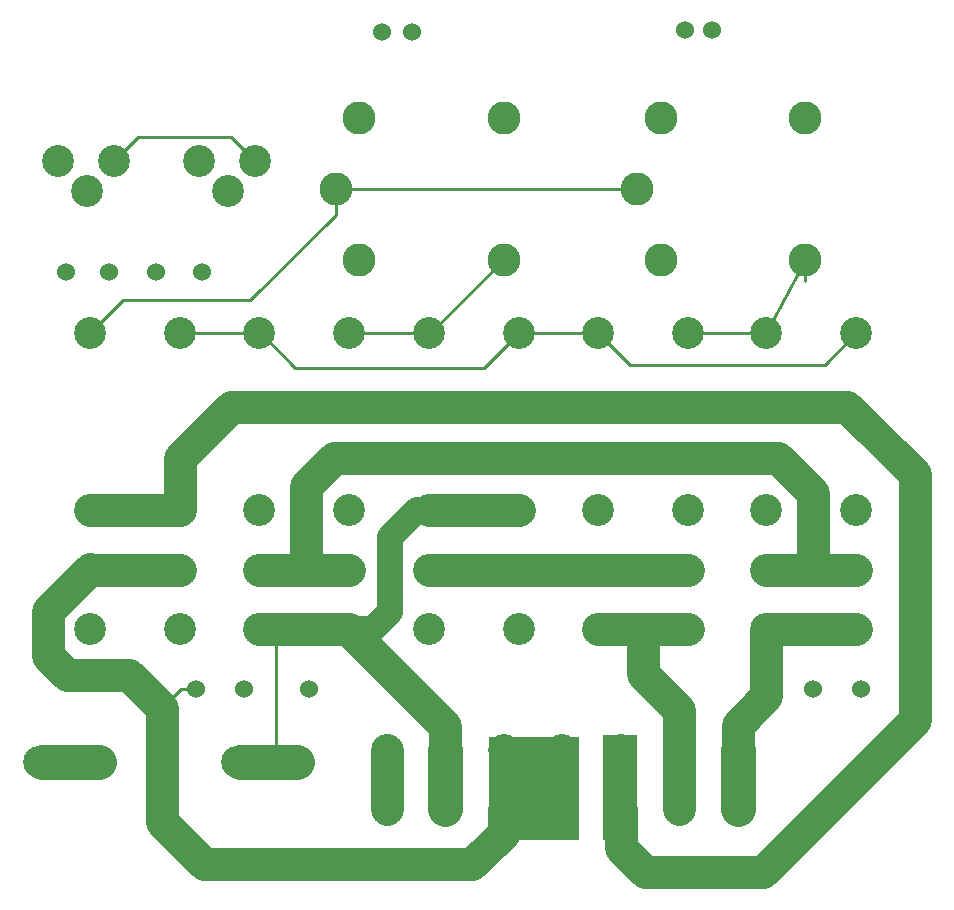
<source format=gbl>
G04 Layer: BottomLayer*
G04 EasyEDA v6.5.50, 2025-05-27 18:24:41*
G04 5b2fd3c6aefe434ba720ef86c0c68af7,b37a74ae5ac9402f918d5afa9d52dbed,10*
G04 Gerber Generator version 0.2*
G04 Scale: 100 percent, Rotated: No, Reflected: No *
G04 Dimensions in millimeters *
G04 leading zeros omitted , absolute positions ,4 integer and 5 decimal *
%FSLAX45Y45*%
%MOMM*%

%ADD10C,2.2000*%
%ADD11C,0.2540*%
%ADD12C,3.0000*%
%ADD13C,2.8000*%
%ADD14C,2.7940*%
%ADD15C,2.7000*%
%ADD16C,1.5240*%
%ADD17C,0.0158*%

%LPD*%
D10*
X3568700Y3302000D02*
G01*
X3467100Y3302000D01*
X3238500Y3073400D01*
X3238500Y2438400D01*
X3098800Y2298700D01*
X2900299Y2298700D01*
X2895600Y2294001D01*
D11*
X1600200Y1790700D02*
G01*
X1473200Y1790700D01*
X1308100Y1625600D01*
D12*
X774700Y1169235D02*
G01*
X292100Y1169235D01*
X2451100Y1168405D02*
G01*
X1968500Y1168405D01*
D11*
X2273300Y1257300D02*
G01*
X2273300Y2171700D01*
D12*
X6184900Y774697D02*
G01*
X6184900Y1269997D01*
D13*
X6426200Y2293998D02*
G01*
X7188200Y2293998D01*
X5689600Y774697D02*
G01*
X5689600Y1269997D01*
X5689600Y1269997D02*
G01*
X5689600Y1612897D01*
X5384800Y1917697D01*
X5384800Y2260597D01*
X5003800Y2293998D02*
G01*
X5765800Y2293998D01*
X5003800Y2797985D02*
G01*
X5765800Y2797985D01*
X6426200Y2797985D02*
G01*
X7188200Y2797985D01*
X5003800Y2797985D02*
G01*
X3568700Y2797985D01*
X2133600Y2797985D02*
G01*
X2895600Y2797985D01*
X6822742Y2797985D02*
G01*
X6822742Y3451555D01*
X6527800Y3746497D01*
X2768600Y3746497D01*
X2527300Y3505197D01*
X2527300Y2797985D01*
X698500Y2797985D02*
G01*
X1460500Y2797985D01*
X2133600Y2293998D02*
G01*
X2895600Y2293998D01*
X4330700Y3301997D02*
G01*
X3568700Y3301997D01*
X2895600Y2293998D02*
G01*
X2895600Y2285997D01*
X3708400Y1473197D01*
X3708400Y1269997D01*
X698500Y3301997D02*
G01*
X1460500Y3301997D01*
X3213100Y1269997D02*
G01*
X3213100Y774697D01*
D12*
X3708400Y774697D02*
G01*
X3708400Y1269997D01*
D11*
X5765800Y4800597D02*
G01*
X6426200Y4800597D01*
X6755208Y5243906D02*
G01*
X6755208Y5419846D01*
X6426200Y4800597D02*
G01*
X6755129Y5419849D01*
X2895600Y4800597D02*
G01*
X3568700Y4800597D01*
X3568700Y4800597D02*
G01*
X3583254Y4800597D01*
X4202506Y5419849D01*
X4330700Y4800597D02*
G01*
X5003800Y4800597D01*
X1460500Y4800597D02*
G01*
X2133600Y4800597D01*
X2782493Y6019797D02*
G01*
X5335193Y6019797D01*
X698500Y4800597D02*
G01*
X977900Y5079997D01*
X2057400Y5079997D01*
X2782570Y5805167D01*
X2782570Y6019797D01*
X901700Y6261097D02*
G01*
X1104900Y6464297D01*
X1892300Y6464297D01*
X2095500Y6261097D01*
X4330700Y4800600D02*
G01*
X4038600Y4508500D01*
X2438400Y4508500D01*
X2146300Y4800600D01*
X7188200Y4800600D02*
G01*
X6921500Y4533900D01*
X5270500Y4533900D01*
X5003800Y4800600D01*
D13*
X6184900Y1270000D02*
G01*
X6184900Y1485900D01*
X6426200Y1727200D01*
X6426200Y2294001D01*
X4203700Y774700D02*
G01*
X4203700Y571500D01*
X3937000Y304800D01*
X1663700Y304800D01*
X1308100Y660400D01*
X1308100Y1625600D01*
X1028700Y1905000D01*
X508000Y1905000D01*
X342900Y2070100D01*
X342900Y2451100D01*
X698500Y2806700D01*
X698500Y2797987D01*
X1460500Y3302000D02*
G01*
X1460500Y3746500D01*
X1892300Y4178300D01*
X7112000Y4178300D01*
X7683500Y3606800D01*
X7683500Y1524000D01*
X6400800Y241300D01*
X5397500Y241300D01*
X5194300Y444500D01*
X5194300Y774700D01*
G36*
X4076700Y1384300D02*
G01*
X4838700Y1384300D01*
X4838700Y508000D01*
X4076700Y508000D01*
G37*
G36*
X5041900Y1397000D02*
G01*
X5334000Y1397000D01*
X5334000Y508000D01*
X5041900Y508000D01*
G37*
D14*
G01*
X6755206Y5419852D03*
G01*
X5335193Y6019800D03*
G01*
X5535193Y6619798D03*
G01*
X5535193Y5419801D03*
G01*
X6755206Y6619747D03*
G01*
X4202506Y5419852D03*
G01*
X2782493Y6019800D03*
G01*
X2982493Y6619798D03*
G01*
X2982493Y5419801D03*
G01*
X4202506Y6619747D03*
D15*
G01*
X698500Y4800600D03*
G01*
X1460500Y4800600D03*
G01*
X698500Y3302000D03*
G01*
X698500Y2797987D03*
G01*
X698500Y2294001D03*
G01*
X1460500Y2294001D03*
G01*
X1460500Y2797987D03*
G01*
X1460500Y3302000D03*
G01*
X6184900Y774700D03*
G01*
X6184900Y1270000D03*
G01*
X5689600Y774700D03*
G01*
X5689600Y1270000D03*
G01*
X5194300Y774700D03*
G01*
X5194300Y1270000D03*
G01*
X4699000Y774700D03*
G01*
X4699000Y1270000D03*
G01*
X4203700Y774700D03*
G01*
X4203700Y1270000D03*
G01*
X3708400Y1270000D03*
G01*
X3708400Y774700D03*
G01*
X3213100Y774700D03*
G01*
X3213100Y1270000D03*
G01*
X2895600Y3302000D03*
G01*
X2895600Y2797987D03*
G01*
X2895600Y2294001D03*
G01*
X2133600Y2294001D03*
G01*
X2133600Y2797987D03*
G01*
X2133600Y3302000D03*
G01*
X2895600Y4800600D03*
G01*
X2133600Y4800600D03*
G01*
X5003800Y4800600D03*
G01*
X5765800Y4800600D03*
G01*
X5003800Y3302000D03*
G01*
X5003800Y2797987D03*
G01*
X5003800Y2294001D03*
G01*
X5765800Y2294001D03*
G01*
X5765800Y2797987D03*
G01*
X5765800Y3302000D03*
G01*
X4330700Y3302000D03*
G01*
X4330700Y2797987D03*
G01*
X4330700Y2294001D03*
G01*
X3568700Y2294001D03*
G01*
X3568700Y2797987D03*
G01*
X3568700Y3302000D03*
G01*
X4330700Y4800600D03*
G01*
X3568700Y4800600D03*
G01*
X7188200Y3302000D03*
G01*
X7188200Y2797987D03*
G01*
X7188200Y2294001D03*
G01*
X6426200Y2294001D03*
G01*
X6426200Y2797987D03*
G01*
X6426200Y3302000D03*
G01*
X7188200Y4800600D03*
G01*
X6426200Y4800600D03*
G01*
X774700Y1169238D03*
G01*
X266700Y1169365D03*
G01*
X1943100Y1169238D03*
G01*
X2451100Y1168400D03*
D16*
G01*
X1600200Y1790700D03*
G01*
X2006600Y1790700D03*
D15*
G01*
X1625600Y6261100D03*
G01*
X1866900Y6007100D03*
G01*
X2095500Y6261100D03*
G01*
X901700Y6261100D03*
G01*
X673100Y6007100D03*
G01*
X431800Y6261100D03*
D16*
G01*
X6819900Y1790700D03*
G01*
X7226300Y1790700D03*
G01*
X2552700Y1790700D03*
G01*
X495300Y5321300D03*
G01*
X863600Y5321300D03*
G01*
X1257300Y5321300D03*
G01*
X1651000Y5321300D03*
G01*
X3175000Y7353300D03*
G01*
X5740400Y7366000D03*
G01*
X3429000Y7353300D03*
G01*
X5969000Y7366000D03*
M02*

</source>
